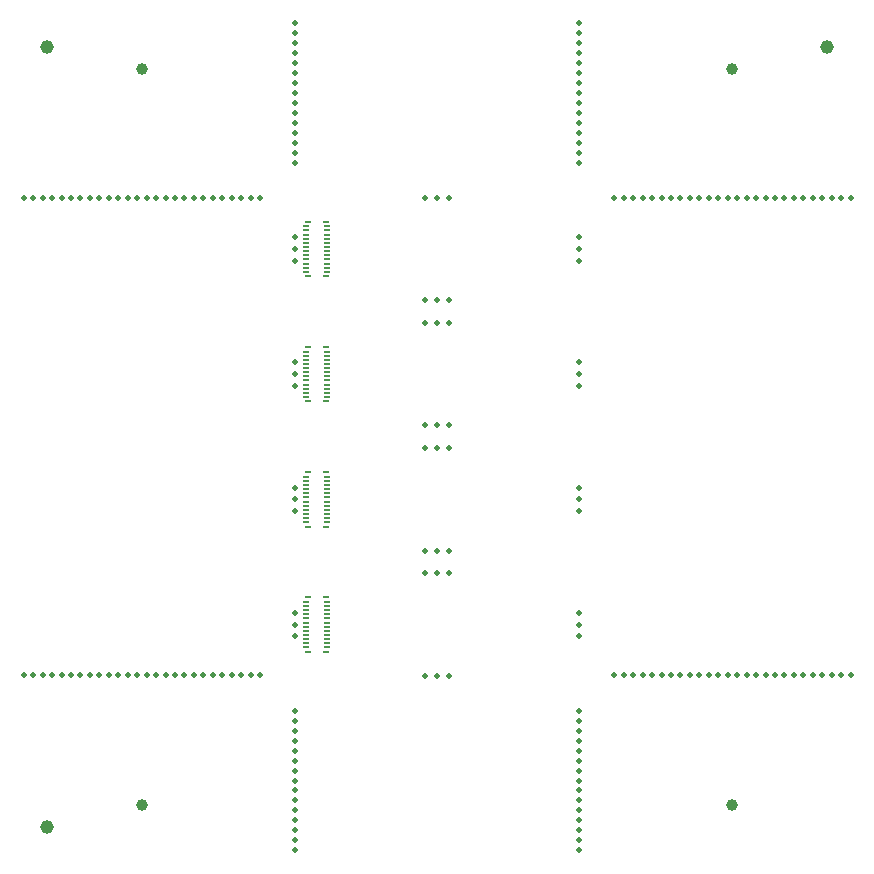
<source format=gbs>
G04 #@! TF.GenerationSoftware,KiCad,Pcbnew,9.0.0*
G04 #@! TF.CreationDate,2025-02-23T11:03:10-05:00*
G04 #@! TF.ProjectId,e24-receiver-board,6532342d-7265-4636-9569-7665722d626f,v0.1.1*
G04 #@! TF.SameCoordinates,Original*
G04 #@! TF.FileFunction,Soldermask,Bot*
G04 #@! TF.FilePolarity,Negative*
%FSLAX46Y46*%
G04 Gerber Fmt 4.6, Leading zero omitted, Abs format (unit mm)*
G04 Created by KiCad (PCBNEW 9.0.0) date 2025-02-23 11:03:10*
%MOMM*%
%LPD*%
G01*
G04 APERTURE LIST*
%ADD10C,0.500000*%
%ADD11C,1.152000*%
%ADD12R,0.490000X0.180000*%
%ADD13R,0.540000X0.230000*%
%ADD14C,1.000000*%
G04 APERTURE END LIST*
D10*
G04 #@! TO.C,KiKit_MB_18_15*
X47000000Y-11800000D03*
G04 #@! TD*
G04 #@! TO.C,KiKit_MB_24_10*
X57200000Y-55200000D03*
G04 #@! TD*
G04 #@! TO.C,KiKit_MB_24_15*
X61200000Y-55200000D03*
G04 #@! TD*
G04 #@! TO.C,KiKit_MB_3_1*
X34000000Y-14770000D03*
G04 #@! TD*
G04 #@! TO.C,KiKit_MB_24_23*
X67600000Y-55200000D03*
G04 #@! TD*
G04 #@! TO.C,KiKit_MB_24_6*
X54000000Y-55200000D03*
G04 #@! TD*
G04 #@! TO.C,KiKit_MB_22_5*
X3200000Y-55200000D03*
G04 #@! TD*
G04 #@! TO.C,KiKit_MB_8_1*
X36000000Y-34030000D03*
G04 #@! TD*
G04 #@! TO.C,KiKit_MB_23_18*
X63600000Y-14800000D03*
G04 #@! TD*
G04 #@! TO.C,KiKit_MB_21_20*
X15200000Y-14800000D03*
G04 #@! TD*
G04 #@! TO.C,KiKit_MB_23_11*
X58000000Y-14800000D03*
G04 #@! TD*
G04 #@! TO.C,KiKit_MB_21_9*
X6400000Y-14800000D03*
G04 #@! TD*
G04 #@! TO.C,KiKit_MB_24_13*
X59600000Y-55200000D03*
G04 #@! TD*
G04 #@! TO.C,KiKit_MB_21_22*
X16800000Y-14800000D03*
G04 #@! TD*
G04 #@! TO.C,KiKit_MB_20_7*
X47000000Y-63257142D03*
G04 #@! TD*
G04 #@! TO.C,KiKit_MB_19_6*
X23000000Y-62414285D03*
G04 #@! TD*
G04 #@! TO.C,KiKit_MB_4_2*
X35000000Y-23430000D03*
G04 #@! TD*
G04 #@! TO.C,KiKit_MB_23_19*
X64400000Y-14800000D03*
G04 #@! TD*
G04 #@! TO.C,KiKit_MB_18_11*
X47000000Y-8428572D03*
G04 #@! TD*
D11*
G04 #@! TO.C,KiKit_TO_2*
X68000000Y-2000000D03*
G04 #@! TD*
D10*
G04 #@! TO.C,KiKit_MB_23_3*
X51600000Y-14800000D03*
G04 #@! TD*
G04 #@! TO.C,KiKit_MB_23_26*
X70000000Y-14800000D03*
G04 #@! TD*
G04 #@! TO.C,KiKit_MB_21_24*
X18400000Y-14800000D03*
G04 #@! TD*
G04 #@! TO.C,KiKit_MB_23_25*
X69200000Y-14800000D03*
G04 #@! TD*
G04 #@! TO.C,KiKit_MB_18_13*
X47000000Y-10114286D03*
G04 #@! TD*
G04 #@! TO.C,KiKit_MB_23_16*
X62000000Y-14800000D03*
G04 #@! TD*
G04 #@! TO.C,KiKit_MB_24_2*
X50800000Y-55200000D03*
G04 #@! TD*
G04 #@! TO.C,KiKit_MB_24_17*
X62800000Y-55200000D03*
G04 #@! TD*
G04 #@! TO.C,KiKit_MB_18_4*
X47000000Y-2528572D03*
G04 #@! TD*
G04 #@! TO.C,KiKit_MB_7_3*
X36000000Y-25370000D03*
G04 #@! TD*
D11*
G04 #@! TO.C,KiKit_TO_1*
X2000000Y-2000000D03*
G04 #@! TD*
D10*
G04 #@! TO.C,KiKit_MB_8_3*
X34000000Y-34030000D03*
G04 #@! TD*
G04 #@! TO.C,KiKit_MB_21_23*
X17600000Y-14800000D03*
G04 #@! TD*
G04 #@! TO.C,KiKit_MB_22_14*
X10400000Y-55200000D03*
G04 #@! TD*
G04 #@! TO.C,KiKit_MB_19_2*
X23000000Y-59042857D03*
G04 #@! TD*
G04 #@! TO.C,KiKit_MB_21_2*
X800000Y-14800000D03*
G04 #@! TD*
G04 #@! TO.C,KiKit_MB_23_8*
X55600000Y-14800000D03*
G04 #@! TD*
G04 #@! TO.C,KiKit_MB_17_14*
X23000000Y-10957143D03*
G04 #@! TD*
G04 #@! TO.C,KiKit_MB_21_6*
X4000000Y-14800000D03*
G04 #@! TD*
G04 #@! TO.C,KiKit_MB_7_2*
X35000000Y-25370000D03*
G04 #@! TD*
G04 #@! TO.C,KiKit_MB_22_4*
X2400000Y-55200000D03*
G04 #@! TD*
G04 #@! TO.C,KiKit_MB_24_16*
X62000000Y-55200000D03*
G04 #@! TD*
G04 #@! TO.C,KiKit_MB_19_3*
X23000000Y-59885714D03*
G04 #@! TD*
G04 #@! TO.C,KiKit_MB_19_8*
X23000000Y-64100000D03*
G04 #@! TD*
G04 #@! TO.C,KiKit_MB_20_8*
X47000000Y-64100000D03*
G04 #@! TD*
G04 #@! TO.C,KiKit_MB_11_3*
X36000000Y-35970000D03*
G04 #@! TD*
G04 #@! TO.C,KiKit_MB_23_15*
X61200000Y-14800000D03*
G04 #@! TD*
G04 #@! TO.C,KiKit_MB_22_23*
X17600000Y-55200000D03*
G04 #@! TD*
G04 #@! TO.C,KiKit_MB_21_15*
X11200000Y-14800000D03*
G04 #@! TD*
G04 #@! TO.C,KiKit_MB_23_17*
X62800000Y-14800000D03*
G04 #@! TD*
G04 #@! TO.C,KiKit_MB_17_9*
X23000000Y-6742858D03*
G04 #@! TD*
G04 #@! TO.C,KiKit_MB_18_10*
X47000000Y-7585715D03*
G04 #@! TD*
G04 #@! TO.C,KiKit_MB_23_13*
X59600000Y-14800000D03*
G04 #@! TD*
G04 #@! TO.C,KiKit_MB_21_21*
X16000000Y-14800000D03*
G04 #@! TD*
G04 #@! TO.C,KiKit_MB_24_20*
X65200000Y-55200000D03*
G04 #@! TD*
G04 #@! TO.C,KiKit_MB_12_2*
X35000000Y-44630000D03*
G04 #@! TD*
G04 #@! TO.C,KiKit_MB_7_1*
X34000000Y-25370000D03*
G04 #@! TD*
G04 #@! TO.C,KiKit_MB_21_14*
X10400000Y-14800000D03*
G04 #@! TD*
G04 #@! TO.C,KiKit_MB_17_12*
X23000000Y-9271429D03*
G04 #@! TD*
G04 #@! TO.C,KiKit_MB_24_19*
X64400000Y-55200000D03*
G04 #@! TD*
G04 #@! TO.C,KiKit_MB_22_15*
X11200000Y-55200000D03*
G04 #@! TD*
G04 #@! TO.C,KiKit_MB_24_5*
X53200000Y-55200000D03*
G04 #@! TD*
G04 #@! TO.C,KiKit_MB_5_2*
X22970000Y-29700000D03*
G04 #@! TD*
G04 #@! TO.C,KiKit_MB_20_12*
X47000000Y-67471428D03*
G04 #@! TD*
G04 #@! TO.C,KiKit_MB_20_2*
X47000000Y-59042857D03*
G04 #@! TD*
G04 #@! TO.C,KiKit_MB_19_11*
X23000000Y-66628571D03*
G04 #@! TD*
G04 #@! TO.C,KiKit_MB_22_19*
X14400000Y-55200000D03*
G04 #@! TD*
G04 #@! TO.C,KiKit_MB_24_7*
X54800000Y-55200000D03*
G04 #@! TD*
G04 #@! TO.C,KiKit_MB_18_14*
X47000000Y-10957143D03*
G04 #@! TD*
G04 #@! TO.C,KiKit_MB_17_2*
X23000000Y-842858D03*
G04 #@! TD*
G04 #@! TO.C,KiKit_MB_24_25*
X69200000Y-55200000D03*
G04 #@! TD*
G04 #@! TO.C,KiKit_MB_14_3*
X47030000Y-51900000D03*
G04 #@! TD*
G04 #@! TO.C,KiKit_MB_9_2*
X22970000Y-40300000D03*
G04 #@! TD*
G04 #@! TO.C,KiKit_MB_24_22*
X66800000Y-55200000D03*
G04 #@! TD*
G04 #@! TO.C,KiKit_MB_19_10*
X23000000Y-65785714D03*
G04 #@! TD*
G04 #@! TO.C,KiKit_MB_10_1*
X47030000Y-39300000D03*
G04 #@! TD*
G04 #@! TO.C,KiKit_MB_20_14*
X47000000Y-69157142D03*
G04 #@! TD*
G04 #@! TO.C,KiKit_MB_18_3*
X47000000Y-1685715D03*
G04 #@! TD*
G04 #@! TO.C,KiKit_MB_17_6*
X23000000Y-4214286D03*
G04 #@! TD*
G04 #@! TO.C,KiKit_MB_13_1*
X22970000Y-51900000D03*
G04 #@! TD*
G04 #@! TO.C,KiKit_MB_23_24*
X68400000Y-14800000D03*
G04 #@! TD*
G04 #@! TO.C,KiKit_MB_21_1*
X0Y-14800000D03*
G04 #@! TD*
G04 #@! TO.C,KiKit_MB_20_6*
X47000000Y-62414285D03*
G04 #@! TD*
G04 #@! TO.C,KiKit_MB_5_3*
X22970000Y-28700000D03*
G04 #@! TD*
G04 #@! TO.C,KiKit_MB_19_14*
X23000000Y-69157142D03*
G04 #@! TD*
G04 #@! TO.C,KiKit_MB_10_3*
X47030000Y-41300000D03*
G04 #@! TD*
G04 #@! TO.C,KiKit_MB_22_11*
X8000000Y-55200000D03*
G04 #@! TD*
G04 #@! TO.C,KiKit_MB_15_3*
X36000000Y-46570000D03*
G04 #@! TD*
G04 #@! TO.C,KiKit_MB_18_8*
X47000000Y-5900000D03*
G04 #@! TD*
G04 #@! TO.C,KiKit_MB_20_9*
X47000000Y-64942857D03*
G04 #@! TD*
G04 #@! TO.C,KiKit_MB_23_10*
X57200000Y-14800000D03*
G04 #@! TD*
G04 #@! TO.C,KiKit_MB_19_4*
X23000000Y-60728571D03*
G04 #@! TD*
G04 #@! TO.C,KiKit_MB_22_6*
X4000000Y-55200000D03*
G04 #@! TD*
G04 #@! TO.C,KiKit_MB_22_13*
X9600000Y-55200000D03*
G04 #@! TD*
G04 #@! TO.C,KiKit_MB_23_6*
X54000000Y-14800000D03*
G04 #@! TD*
G04 #@! TO.C,KiKit_MB_23_5*
X53200000Y-14800000D03*
G04 #@! TD*
G04 #@! TO.C,KiKit_MB_16_2*
X35000000Y-55230000D03*
G04 #@! TD*
G04 #@! TO.C,KiKit_MB_6_1*
X47030000Y-28700000D03*
G04 #@! TD*
G04 #@! TO.C,KiKit_MB_21_18*
X13600000Y-14800000D03*
G04 #@! TD*
G04 #@! TO.C,KiKit_MB_22_1*
X0Y-55200000D03*
G04 #@! TD*
G04 #@! TO.C,KiKit_MB_19_15*
X23000000Y-70000000D03*
G04 #@! TD*
G04 #@! TO.C,KiKit_MB_19_12*
X23000000Y-67471428D03*
G04 #@! TD*
G04 #@! TO.C,KiKit_MB_17_5*
X23000000Y-3371429D03*
G04 #@! TD*
G04 #@! TO.C,KiKit_MB_3_2*
X35000000Y-14770000D03*
G04 #@! TD*
G04 #@! TO.C,KiKit_MB_17_3*
X23000000Y-1685715D03*
G04 #@! TD*
G04 #@! TO.C,KiKit_MB_4_1*
X36000000Y-23430000D03*
G04 #@! TD*
G04 #@! TO.C,KiKit_MB_11_2*
X35000000Y-35970000D03*
G04 #@! TD*
G04 #@! TO.C,KiKit_MB_17_11*
X23000000Y-8428572D03*
G04 #@! TD*
G04 #@! TO.C,KiKit_MB_23_21*
X66000000Y-14800000D03*
G04 #@! TD*
G04 #@! TO.C,KiKit_MB_21_26*
X20000000Y-14800000D03*
G04 #@! TD*
G04 #@! TO.C,KiKit_MB_9_3*
X22970000Y-39300000D03*
G04 #@! TD*
G04 #@! TO.C,KiKit_MB_18_2*
X47000000Y-842858D03*
G04 #@! TD*
G04 #@! TO.C,KiKit_MB_19_7*
X23000000Y-63257142D03*
G04 #@! TD*
G04 #@! TO.C,KiKit_MB_23_7*
X54800000Y-14800000D03*
G04 #@! TD*
G04 #@! TO.C,KiKit_MB_11_1*
X34000000Y-35970000D03*
G04 #@! TD*
G04 #@! TO.C,KiKit_MB_24_8*
X55600000Y-55200000D03*
G04 #@! TD*
G04 #@! TO.C,KiKit_MB_23_23*
X67600000Y-14800000D03*
G04 #@! TD*
G04 #@! TO.C,KiKit_MB_20_3*
X47000000Y-59885714D03*
G04 #@! TD*
G04 #@! TO.C,KiKit_MB_8_2*
X35000000Y-34030000D03*
G04 #@! TD*
G04 #@! TO.C,KiKit_MB_21_16*
X12000000Y-14800000D03*
G04 #@! TD*
G04 #@! TO.C,KiKit_MB_22_3*
X1600000Y-55200000D03*
G04 #@! TD*
G04 #@! TO.C,KiKit_MB_19_5*
X23000000Y-61571428D03*
G04 #@! TD*
G04 #@! TO.C,KiKit_MB_22_16*
X12000000Y-55200000D03*
G04 #@! TD*
G04 #@! TO.C,KiKit_MB_21_11*
X8000000Y-14800000D03*
G04 #@! TD*
G04 #@! TO.C,KiKit_MB_13_2*
X22970000Y-50900000D03*
G04 #@! TD*
G04 #@! TO.C,KiKit_MB_24_18*
X63600000Y-55200000D03*
G04 #@! TD*
G04 #@! TO.C,KiKit_MB_20_4*
X47000000Y-60728571D03*
G04 #@! TD*
G04 #@! TO.C,KiKit_MB_20_1*
X47000000Y-58200000D03*
G04 #@! TD*
G04 #@! TO.C,KiKit_MB_20_13*
X47000000Y-68314285D03*
G04 #@! TD*
G04 #@! TO.C,KiKit_MB_9_1*
X22970000Y-41300000D03*
G04 #@! TD*
G04 #@! TO.C,KiKit_MB_22_12*
X8800000Y-55200000D03*
G04 #@! TD*
G04 #@! TO.C,KiKit_MB_2_1*
X47030000Y-18100000D03*
G04 #@! TD*
G04 #@! TO.C,KiKit_MB_18_7*
X47000000Y-5057143D03*
G04 #@! TD*
G04 #@! TO.C,KiKit_MB_22_7*
X4800000Y-55200000D03*
G04 #@! TD*
G04 #@! TO.C,KiKit_MB_21_13*
X9600000Y-14800000D03*
G04 #@! TD*
G04 #@! TO.C,KiKit_MB_6_2*
X47030000Y-29700000D03*
G04 #@! TD*
G04 #@! TO.C,KiKit_MB_24_26*
X70000000Y-55200000D03*
G04 #@! TD*
G04 #@! TO.C,KiKit_MB_17_15*
X23000000Y-11800000D03*
G04 #@! TD*
G04 #@! TO.C,KiKit_MB_22_2*
X800000Y-55200000D03*
G04 #@! TD*
G04 #@! TO.C,KiKit_MB_13_3*
X22970000Y-49900000D03*
G04 #@! TD*
G04 #@! TO.C,KiKit_MB_24_11*
X58000000Y-55200000D03*
G04 #@! TD*
G04 #@! TO.C,KiKit_MB_24_9*
X56400000Y-55200000D03*
G04 #@! TD*
G04 #@! TO.C,KiKit_MB_1_3*
X22970000Y-18100000D03*
G04 #@! TD*
G04 #@! TO.C,KiKit_MB_22_24*
X18400000Y-55200000D03*
G04 #@! TD*
G04 #@! TO.C,KiKit_MB_23_2*
X50800000Y-14800000D03*
G04 #@! TD*
G04 #@! TO.C,KiKit_MB_14_2*
X47030000Y-50900000D03*
G04 #@! TD*
G04 #@! TO.C,KiKit_MB_22_26*
X20000000Y-55200000D03*
G04 #@! TD*
G04 #@! TO.C,KiKit_MB_23_14*
X60400000Y-14800000D03*
G04 #@! TD*
G04 #@! TO.C,KiKit_MB_16_3*
X34000000Y-55230000D03*
G04 #@! TD*
G04 #@! TO.C,KiKit_MB_23_12*
X58800000Y-14800000D03*
G04 #@! TD*
G04 #@! TO.C,KiKit_MB_2_3*
X47030000Y-20100000D03*
G04 #@! TD*
G04 #@! TO.C,KiKit_MB_22_17*
X12800000Y-55200000D03*
G04 #@! TD*
G04 #@! TO.C,KiKit_MB_21_5*
X3200000Y-14800000D03*
G04 #@! TD*
G04 #@! TO.C,KiKit_MB_17_7*
X23000000Y-5057143D03*
G04 #@! TD*
G04 #@! TO.C,KiKit_MB_21_4*
X2400000Y-14800000D03*
G04 #@! TD*
G04 #@! TO.C,KiKit_MB_18_12*
X47000000Y-9271429D03*
G04 #@! TD*
G04 #@! TO.C,KiKit_MB_20_15*
X47000000Y-70000000D03*
G04 #@! TD*
G04 #@! TO.C,KiKit_MB_22_9*
X6400000Y-55200000D03*
G04 #@! TD*
G04 #@! TO.C,KiKit_MB_16_1*
X36000000Y-55230000D03*
G04 #@! TD*
G04 #@! TO.C,KiKit_MB_18_9*
X47000000Y-6742858D03*
G04 #@! TD*
G04 #@! TO.C,KiKit_MB_4_3*
X34000000Y-23430000D03*
G04 #@! TD*
G04 #@! TO.C,KiKit_MB_20_10*
X47000000Y-65785714D03*
G04 #@! TD*
G04 #@! TO.C,KiKit_MB_21_3*
X1600000Y-14800000D03*
G04 #@! TD*
G04 #@! TO.C,KiKit_MB_19_9*
X23000000Y-64942857D03*
G04 #@! TD*
G04 #@! TO.C,KiKit_MB_21_17*
X12800000Y-14800000D03*
G04 #@! TD*
G04 #@! TO.C,KiKit_MB_24_1*
X50000000Y-55200000D03*
G04 #@! TD*
G04 #@! TO.C,KiKit_MB_23_4*
X52400000Y-14800000D03*
G04 #@! TD*
G04 #@! TO.C,KiKit_MB_21_19*
X14400000Y-14800000D03*
G04 #@! TD*
G04 #@! TO.C,KiKit_MB_12_1*
X36000000Y-44630000D03*
G04 #@! TD*
G04 #@! TO.C,KiKit_MB_15_2*
X35000000Y-46570000D03*
G04 #@! TD*
G04 #@! TO.C,KiKit_MB_17_8*
X23000000Y-5900000D03*
G04 #@! TD*
G04 #@! TO.C,KiKit_MB_24_21*
X66000000Y-55200000D03*
G04 #@! TD*
G04 #@! TO.C,KiKit_MB_22_8*
X5600000Y-55200000D03*
G04 #@! TD*
G04 #@! TO.C,KiKit_MB_24_24*
X68400000Y-55200000D03*
G04 #@! TD*
G04 #@! TO.C,KiKit_MB_19_13*
X23000000Y-68314285D03*
G04 #@! TD*
G04 #@! TO.C,KiKit_MB_10_2*
X47030000Y-40300000D03*
G04 #@! TD*
G04 #@! TO.C,KiKit_MB_15_1*
X34000000Y-46570000D03*
G04 #@! TD*
G04 #@! TO.C,KiKit_MB_22_20*
X15200000Y-55200000D03*
G04 #@! TD*
G04 #@! TO.C,KiKit_MB_24_3*
X51600000Y-55200000D03*
G04 #@! TD*
G04 #@! TO.C,KiKit_MB_24_4*
X52400000Y-55200000D03*
G04 #@! TD*
D11*
G04 #@! TO.C,KiKit_TO_3*
X2000000Y-68000000D03*
G04 #@! TD*
D10*
G04 #@! TO.C,KiKit_MB_21_8*
X5600000Y-14800000D03*
G04 #@! TD*
G04 #@! TO.C,KiKit_MB_18_6*
X47000000Y-4214286D03*
G04 #@! TD*
G04 #@! TO.C,KiKit_MB_23_22*
X66800000Y-14800000D03*
G04 #@! TD*
G04 #@! TO.C,KiKit_MB_23_9*
X56400000Y-14800000D03*
G04 #@! TD*
G04 #@! TO.C,KiKit_MB_3_3*
X36000000Y-14770000D03*
G04 #@! TD*
G04 #@! TO.C,KiKit_MB_14_1*
X47030000Y-49900000D03*
G04 #@! TD*
G04 #@! TO.C,KiKit_MB_22_25*
X19200000Y-55200000D03*
G04 #@! TD*
G04 #@! TO.C,KiKit_MB_5_1*
X22970000Y-30700000D03*
G04 #@! TD*
G04 #@! TO.C,KiKit_MB_22_10*
X7200000Y-55200000D03*
G04 #@! TD*
G04 #@! TO.C,KiKit_MB_17_1*
X23000000Y0D03*
G04 #@! TD*
G04 #@! TO.C,KiKit_MB_17_4*
X23000000Y-2528572D03*
G04 #@! TD*
G04 #@! TO.C,KiKit_MB_18_1*
X47000000Y0D03*
G04 #@! TD*
G04 #@! TO.C,KiKit_MB_12_3*
X34000000Y-44630000D03*
G04 #@! TD*
G04 #@! TO.C,KiKit_MB_18_5*
X47000000Y-3371429D03*
G04 #@! TD*
G04 #@! TO.C,KiKit_MB_6_3*
X47030000Y-30700000D03*
G04 #@! TD*
G04 #@! TO.C,KiKit_MB_23_1*
X50000000Y-14800000D03*
G04 #@! TD*
G04 #@! TO.C,KiKit_MB_17_13*
X23000000Y-10114286D03*
G04 #@! TD*
G04 #@! TO.C,KiKit_MB_21_12*
X8800000Y-14800000D03*
G04 #@! TD*
G04 #@! TO.C,KiKit_MB_23_20*
X65200000Y-14800000D03*
G04 #@! TD*
G04 #@! TO.C,KiKit_MB_19_1*
X23000000Y-58200000D03*
G04 #@! TD*
G04 #@! TO.C,KiKit_MB_21_25*
X19200000Y-14800000D03*
G04 #@! TD*
G04 #@! TO.C,KiKit_MB_17_10*
X23000000Y-7585715D03*
G04 #@! TD*
G04 #@! TO.C,KiKit_MB_20_5*
X47000000Y-61571428D03*
G04 #@! TD*
G04 #@! TO.C,KiKit_MB_1_1*
X22970000Y-20100000D03*
G04 #@! TD*
G04 #@! TO.C,KiKit_MB_20_11*
X47000000Y-66628571D03*
G04 #@! TD*
G04 #@! TO.C,KiKit_MB_22_21*
X16000000Y-55200000D03*
G04 #@! TD*
G04 #@! TO.C,KiKit_MB_21_10*
X7200000Y-14800000D03*
G04 #@! TD*
G04 #@! TO.C,KiKit_MB_2_2*
X47030000Y-19100000D03*
G04 #@! TD*
G04 #@! TO.C,KiKit_MB_22_18*
X13600000Y-55200000D03*
G04 #@! TD*
G04 #@! TO.C,KiKit_MB_21_7*
X4800000Y-14800000D03*
G04 #@! TD*
G04 #@! TO.C,KiKit_MB_24_14*
X60400000Y-55200000D03*
G04 #@! TD*
G04 #@! TO.C,KiKit_MB_1_2*
X22970000Y-19100000D03*
G04 #@! TD*
G04 #@! TO.C,KiKit_MB_22_22*
X16800000Y-55200000D03*
G04 #@! TD*
G04 #@! TO.C,KiKit_MB_24_12*
X58800000Y-55200000D03*
G04 #@! TD*
D12*
G04 #@! TO.C,J1*
X25710000Y-42230000D03*
X25710000Y-41880000D03*
X25710000Y-41530000D03*
X25710000Y-41180000D03*
X25710000Y-40830000D03*
X25710000Y-40480000D03*
X25710000Y-40130000D03*
X25710000Y-39780000D03*
X25710000Y-39430000D03*
X25710000Y-39080000D03*
X25710000Y-38730000D03*
X25710000Y-38380000D03*
X23890000Y-38380000D03*
X23890000Y-38730000D03*
X23890000Y-39080000D03*
X23890000Y-39430000D03*
X23890000Y-39780000D03*
X23890000Y-40130000D03*
X23890000Y-40480000D03*
X23890000Y-40830000D03*
X23890000Y-41180000D03*
X23890000Y-41530000D03*
X23890000Y-41880000D03*
X23890000Y-42230000D03*
D13*
X25570000Y-42600000D03*
X24030000Y-42600000D03*
X25570000Y-38000000D03*
X24030000Y-38000000D03*
G04 #@! TD*
D14*
G04 #@! TO.C,KiKit_FID_B_4*
X60000000Y-66150000D03*
G04 #@! TD*
G04 #@! TO.C,KiKit_FID_B_2*
X60000000Y-3850000D03*
G04 #@! TD*
G04 #@! TO.C,KiKit_FID_B_1*
X10000000Y-3850000D03*
G04 #@! TD*
D12*
G04 #@! TO.C,J1*
X25710000Y-21030000D03*
X25710000Y-20680000D03*
X25710000Y-20330000D03*
X25710000Y-19980000D03*
X25710000Y-19630000D03*
X25710000Y-19280000D03*
X25710000Y-18930000D03*
X25710000Y-18580000D03*
X25710000Y-18230000D03*
X25710000Y-17880000D03*
X25710000Y-17530000D03*
X25710000Y-17180000D03*
X23890000Y-17180000D03*
X23890000Y-17530000D03*
X23890000Y-17880000D03*
X23890000Y-18230000D03*
X23890000Y-18580000D03*
X23890000Y-18930000D03*
X23890000Y-19280000D03*
X23890000Y-19630000D03*
X23890000Y-19980000D03*
X23890000Y-20330000D03*
X23890000Y-20680000D03*
X23890000Y-21030000D03*
D13*
X25570000Y-21400000D03*
X24030000Y-21400000D03*
X25570000Y-16800000D03*
X24030000Y-16800000D03*
G04 #@! TD*
D12*
G04 #@! TO.C,J1*
X25710000Y-31630000D03*
X25710000Y-31280000D03*
X25710000Y-30930000D03*
X25710000Y-30580000D03*
X25710000Y-30230000D03*
X25710000Y-29880000D03*
X25710000Y-29530000D03*
X25710000Y-29180000D03*
X25710000Y-28830000D03*
X25710000Y-28480000D03*
X25710000Y-28130000D03*
X25710000Y-27780000D03*
X23890000Y-27780000D03*
X23890000Y-28130000D03*
X23890000Y-28480000D03*
X23890000Y-28830000D03*
X23890000Y-29180000D03*
X23890000Y-29530000D03*
X23890000Y-29880000D03*
X23890000Y-30230000D03*
X23890000Y-30580000D03*
X23890000Y-30930000D03*
X23890000Y-31280000D03*
X23890000Y-31630000D03*
D13*
X25570000Y-32000000D03*
X24030000Y-32000000D03*
X25570000Y-27400000D03*
X24030000Y-27400000D03*
G04 #@! TD*
D12*
G04 #@! TO.C,J1*
X25710000Y-52830000D03*
X25710000Y-52480000D03*
X25710000Y-52130000D03*
X25710000Y-51780000D03*
X25710000Y-51430000D03*
X25710000Y-51080000D03*
X25710000Y-50730000D03*
X25710000Y-50380000D03*
X25710000Y-50030000D03*
X25710000Y-49680000D03*
X25710000Y-49330000D03*
X25710000Y-48980000D03*
X23890000Y-48980000D03*
X23890000Y-49330000D03*
X23890000Y-49680000D03*
X23890000Y-50030000D03*
X23890000Y-50380000D03*
X23890000Y-50730000D03*
X23890000Y-51080000D03*
X23890000Y-51430000D03*
X23890000Y-51780000D03*
X23890000Y-52130000D03*
X23890000Y-52480000D03*
X23890000Y-52830000D03*
D13*
X25570000Y-53200000D03*
X24030000Y-53200000D03*
X25570000Y-48600000D03*
X24030000Y-48600000D03*
G04 #@! TD*
D14*
G04 #@! TO.C,KiKit_FID_B_3*
X10000000Y-66150000D03*
G04 #@! TD*
M02*

</source>
